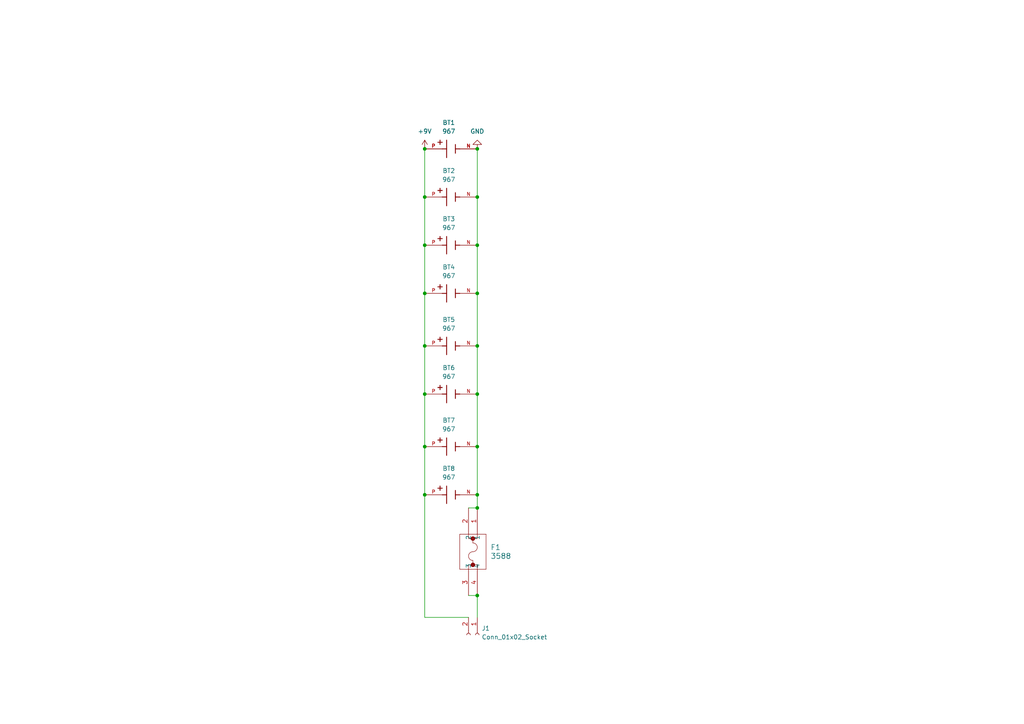
<source format=kicad_sch>
(kicad_sch (version 20231120) (generator "eeschema") (generator_version "8.0")
  (paper "A4")
  (lib_symbols
    (symbol "9V Battery Holder:967" (pin_names (offset 1.016))
      (property "Reference" "BT" (at -3.81 3.81 0))
      (property "Value" "967" (at -3.81 -5.08 0))
      (symbol "967_0_0"
        (polyline (pts (xy -3.81 1.905) (xy -2.54 1.905)) (stroke (width 0.254)))
        (polyline (pts (xy -3.175 2.54) (xy -3.175 1.27)) (stroke (width 0.254)))
        (polyline (pts (xy -1.27 0) (xy -2.54 0)) (stroke (width 0.254)))
        (polyline (pts (xy -1.27 0) (xy -1.27 -2.54)) (stroke (width 0.254)))
        (polyline (pts (xy -1.27 2.54) (xy -1.27 0)) (stroke (width 0.254)))
        (polyline (pts (xy 1.27 0) (xy 1.27 -1.27)) (stroke (width 0.254)))
        (polyline (pts (xy 1.27 0) (xy 2.54 0)) (stroke (width 0.254)))
        (polyline (pts (xy 1.27 1.27) (xy 1.27 0)) (stroke (width 0.254)))
        (pin passive line (at 7.62 0 180) (length 5.08) (name "~") (number "N"))
        (pin passive line (at -7.62 0 0) (length 5.08) (name "~") (number "P"))
      )
    )
    (symbol "Connector:Conn_01x02_Socket" (pin_names (offset 1.016) hide)
      (property "Reference" "J" (at 0 2.54 0))
      (property "Value" "Conn_01x02_Socket" (at 0 -5.08 0))
      (symbol "Conn_01x02_Socket_1_1"
        (arc (start 0 -2.032) (mid -0.5058 -2.54) (end 0 -3.048) (stroke (width 0.1524)))
        (polyline (pts (xy -1.27 -2.54) (xy -0.508 -2.54)) (stroke (width 0.1524)))
        (polyline (pts (xy -1.27 0) (xy -0.508 0)) (stroke (width 0.1524)))
        (arc (start 0 0.508) (mid -0.5058 0) (end 0 -0.508) (stroke (width 0.1524)))
        (pin passive line (at -5.08 0 0) (length 3.81) (name "Pin_1") (number "1"))
        (pin passive line (at -5.08 -2.54 0) (length 3.81) (name "Pin_2") (number "2"))
      )
    )
    (symbol "MINI Fuse Holder Blade:3588" (pin_names (offset 0.254))
      (property "Reference" "F" (at 12.7 7.62 0))
      (property "Value" "3588" (at 12.7 5.08 0))
      (symbol "3588_0_1"
        (polyline (pts (xy 7.62 -5.08) (xy 17.78 -5.08)) (stroke (width 0.127)))
        (polyline (pts (xy 7.62 0) (xy 8.89 0)) (stroke (width 0.127)))
        (polyline (pts (xy 7.62 2.54) (xy 7.62 -5.08)) (stroke (width 0.127)))
        (polyline (pts (xy 8.89 -2.54) (xy 7.62 -2.54)) (stroke (width 0.127)))
        (polyline (pts (xy 8.89 -1.27) (xy 10.16 -1.27)) (stroke (width 0.127)))
        (polyline (pts (xy 8.89 0) (xy 8.89 -2.54)) (stroke (width 0.127)))
        (polyline (pts (xy 15.24 -1.27) (xy 16.51 -1.27)) (stroke (width 0.127)))
        (polyline (pts (xy 16.51 -2.54) (xy 17.78 -2.54)) (stroke (width 0.127)))
        (polyline (pts (xy 16.51 0) (xy 16.51 -2.54)) (stroke (width 0.127)))
        (polyline (pts (xy 16.51 0) (xy 17.78 0)) (stroke (width 0.127)))
        (polyline (pts (xy 17.78 -5.08) (xy 17.78 2.54)) (stroke (width 0.127)))
        (polyline (pts (xy 17.78 2.54) (xy 7.62 2.54)) (stroke (width 0.127)))
        (circle (center 8.89 -1.27) (radius 0.127) (stroke (width 0.508)))
        (arc (start 12.7 -1.27) (mid 11.43 -0.0055) (end 10.16 -1.27) (stroke (width 0.127)))
        (arc (start 12.7 -1.27) (mid 13.97 -2.5344) (end 15.24 -1.27) (stroke (width 0.127)))
        (circle (center 16.51 -1.27) (radius 0.127) (stroke (width 0.508)))
        (pin unspecified line (at 0 0 0) (length 7.62) (name "1") (number "1"))
        (pin unspecified line (at 0 -2.54 0) (length 7.62) (name "2") (number "2"))
        (pin unspecified line (at 25.4 -2.54 180) (length 7.62) (name "3") (number "3"))
        (pin unspecified line (at 25.4 0 180) (length 7.62) (name "4") (number "4"))
      )
    )
    (symbol "power:+9V" (power) (pin_numbers hide) (pin_names (offset 0) hide)
      (property "Value" "+9V" (at 0 3.556 0))
      (symbol "+9V_0_1"
        (polyline (pts (xy -0.762 1.27) (xy 0 2.54)))
        (polyline (pts (xy 0 0) (xy 0 2.54)))
        (polyline (pts (xy 0 2.54) (xy 0.762 1.27)))
      )
      (symbol "+9V_1_1"
        (pin power_in line (at 0 0 90) (length 0) (name "~") (number "1"))
      )
    )
    (symbol "power:GND" (power) (pin_numbers hide) (pin_names (offset 0) hide)
      (property "Value" "GND" (at 0 -3.81 0))
      (symbol "GND_0_1"
        (polyline (pts (xy 0 0) (xy 0 -1.27) (xy 1.27 -1.27) (xy 0 -2.54) (xy -1.27 -1.27) (xy 0 -1.27)))
      )
      (symbol "GND_1_1"
        (pin power_in line (at 0 0 270) (length 0) (name "~") (number "1"))
      )
    )
  )
  (junction (at 123.19 71.12))
  (junction (at 123.19 85.09))
  (junction (at 123.19 57.15))
  (junction (at 138.43 147.32))
  (junction (at 138.43 57.15))
  (junction (at 138.43 172.72))
  (junction (at 123.19 43.18))
  (junction (at 138.43 114.3))
  (junction (at 138.43 43.18))
  (junction (at 138.43 100.33))
  (junction (at 138.43 129.54))
  (junction (at 138.43 71.12))
  (junction (at 123.19 114.3))
  (junction (at 138.43 143.51))
  (junction (at 123.19 143.51))
  (junction (at 123.19 100.33))
  (junction (at 123.19 129.54))
  (junction (at 138.43 85.09))
  (wire (pts (xy 123.19 114.3) (xy 123.19 129.54)))
  (wire (pts (xy 135.89 179.07) (xy 123.19 179.07)))
  (wire (pts (xy 123.19 43.18) (xy 123.19 57.15)))
  (wire (pts (xy 138.43 85.09) (xy 138.43 100.33)))
  (wire (pts (xy 123.19 71.12) (xy 123.19 85.09)))
  (wire (pts (xy 138.43 71.12) (xy 138.43 85.09)))
  (wire (pts (xy 135.89 147.32) (xy 138.43 147.32)))
  (wire (pts (xy 138.43 129.54) (xy 138.43 143.51)))
  (wire (pts (xy 138.43 172.72) (xy 138.43 179.07)))
  (wire (pts (xy 138.43 43.18) (xy 138.43 57.15)))
  (wire (pts (xy 138.43 143.51) (xy 138.43 147.32)))
  (wire (pts (xy 138.43 114.3) (xy 138.43 129.54)))
  (wire (pts (xy 135.89 172.72) (xy 138.43 172.72)))
  (wire (pts (xy 138.43 57.15) (xy 138.43 71.12)))
  (wire (pts (xy 123.19 57.15) (xy 123.19 71.12)))
  (wire (pts (xy 123.19 179.07) (xy 123.19 143.51)))
  (wire (pts (xy 123.19 100.33) (xy 123.19 114.3)))
  (wire (pts (xy 123.19 85.09) (xy 123.19 100.33)))
  (wire (pts (xy 138.43 100.33) (xy 138.43 114.3)))
  (wire (pts (xy 123.19 129.54) (xy 123.19 143.51)))
  (symbol (lib_id "power:+9V") (at 123.19 43.18 0) (unit 1)
    (property "Reference" "#PWR01" (effects (hide yes)))
    (property "Value" "+9V" (at 123.19 38.1 0))
    (property "Description" "Power symbol creates a global label with name \"+9V\"" (effects (hide yes)))
  )
  (symbol (lib_id "MINI Fuse Holder Blade:3588") (at 138.43 147.32 270) (unit 1)
    (property "Reference" "F1" (at 142.24 158.7499 90) (effects (font (size 1.524 1.524)) (justify left)))
    (property "Value" "3588" (at 142.24 161.2899 90) (effects (font (size 1.524 1.524)) (justify left)))
    (property "Footprint" "MINI Fuse Holder Blade:3588_KEY" (effects (hide yes)))
    (property "Datasheet" "3588" (effects (hide yes)))
  )
  (symbol (lib_id "power:GND") (at 138.43 43.18 180) (unit 1)
    (property "Reference" "#PWR02" (effects (hide yes)))
    (property "Value" "GND" (at 138.43 38.1 0))
    (property "Description" "Power symbol creates a global label with name \"GND\" , ground" (effects (hide yes)))
  )
  (symbol (lib_id "9V Battery Holder:967") (at 130.81 85.09 0) (unit 1)
    (property "Reference" "BT4" (at 130.175 77.47 0))
    (property "Value" "967" (at 130.175 80.01 0))
    (property "Footprint" "9V Battery Holder:9V Battery Holder" (effects (hide yes)))
    (property "PARTREV" "10.16.07" (effects (hide yes)))
    (property "SNAPEDA_PN" "967" (effects (hide yes)))
    (property "MANUFACTURER" "Keystone Electronics" (effects (hide yes)))
    (property "MAXIMUM_PACKAGE_HEIGHT" "5.38mm" (effects (hide yes)))
    (property "STANDARD" "Manufacturer Recommendations" (effects (hide yes)))
  )
  (symbol (lib_id "9V Battery Holder:967") (at 130.81 129.54 0) (unit 1)
    (property "Reference" "BT7" (at 130.175 121.92 0))
    (property "Value" "967" (at 130.175 124.46 0))
    (property "Footprint" "9V Battery Holder:9V Battery Holder" (effects (hide yes)))
    (property "PARTREV" "10.16.07" (effects (hide yes)))
    (property "SNAPEDA_PN" "967" (effects (hide yes)))
    (property "MANUFACTURER" "Keystone Electronics" (effects (hide yes)))
    (property "MAXIMUM_PACKAGE_HEIGHT" "5.38mm" (effects (hide yes)))
    (property "STANDARD" "Manufacturer Recommendations" (effects (hide yes)))
  )
  (symbol (lib_id "9V Battery Holder:967") (at 130.81 143.51 0) (unit 1)
    (property "Reference" "BT8" (at 130.175 135.89 0))
    (property "Value" "967" (at 130.175 138.43 0))
    (property "Footprint" "9V Battery Holder:9V Battery Holder" (effects (hide yes)))
    (property "PARTREV" "10.16.07" (effects (hide yes)))
    (property "SNAPEDA_PN" "967" (effects (hide yes)))
    (property "MANUFACTURER" "Keystone Electronics" (effects (hide yes)))
    (property "MAXIMUM_PACKAGE_HEIGHT" "5.38mm" (effects (hide yes)))
    (property "STANDARD" "Manufacturer Recommendations" (effects (hide yes)))
  )
  (symbol (lib_id "9V Battery Holder:967") (at 130.81 100.33 0) (unit 1)
    (property "Reference" "BT5" (at 130.175 92.71 0))
    (property "Value" "967" (at 130.175 95.25 0))
    (property "Footprint" "9V Battery Holder:9V Battery Holder" (effects (hide yes)))
    (property "PARTREV" "10.16.07" (effects (hide yes)))
    (property "SNAPEDA_PN" "967" (effects (hide yes)))
    (property "MANUFACTURER" "Keystone Electronics" (effects (hide yes)))
    (property "MAXIMUM_PACKAGE_HEIGHT" "5.38mm" (effects (hide yes)))
    (property "STANDARD" "Manufacturer Recommendations" (effects (hide yes)))
  )
  (symbol (lib_id "9V Battery Holder:967") (at 130.81 43.18 0) (unit 1)
    (property "Reference" "BT1" (at 130.175 35.56 0))
    (property "Value" "967" (at 130.175 38.1 0))
    (property "Footprint" "9V Battery Holder:9V Battery Holder" (effects (hide yes)))
    (property "PARTREV" "10.16.07" (effects (hide yes)))
    (property "SNAPEDA_PN" "967" (effects (hide yes)))
    (property "MANUFACTURER" "Keystone Electronics" (effects (hide yes)))
    (property "MAXIMUM_PACKAGE_HEIGHT" "5.38mm" (effects (hide yes)))
    (property "STANDARD" "Manufacturer Recommendations" (effects (hide yes)))
  )
  (symbol (lib_id "9V Battery Holder:967") (at 130.81 71.12 0) (unit 1)
    (property "Reference" "BT3" (at 130.175 63.5 0))
    (property "Value" "967" (at 130.175 66.04 0))
    (property "Footprint" "9V Battery Holder:9V Battery Holder" (effects (hide yes)))
    (property "PARTREV" "10.16.07" (effects (hide yes)))
    (property "SNAPEDA_PN" "967" (effects (hide yes)))
    (property "MANUFACTURER" "Keystone Electronics" (effects (hide yes)))
    (property "MAXIMUM_PACKAGE_HEIGHT" "5.38mm" (effects (hide yes)))
    (property "STANDARD" "Manufacturer Recommendations" (effects (hide yes)))
  )
  (symbol (lib_id "Connector:Conn_01x02_Socket") (at 138.43 184.15 270) (unit 1)
    (property "Reference" "J1" (at 139.7 182.2449 90) (effects (justify left)))
    (property "Value" "Conn_01x02_Socket" (at 139.7 184.7849 90) (effects (justify left)))
    (property "Footprint" "Connector_AMASS:AMASS_XT30U-M_1x02_P5.0mm_Vertical" (effects (hide yes)))
    (property "Description" "Generic connector, single row, 01x02, script generated" (effects (hide yes)))
  )
  (symbol (lib_id "9V Battery Holder:967") (at 130.81 57.15 0) (unit 1)
    (property "Reference" "BT2" (at 130.175 49.53 0))
    (property "Value" "967" (at 130.175 52.07 0))
    (property "Footprint" "9V Battery Holder:9V Battery Holder" (effects (hide yes)))
    (property "PARTREV" "10.16.07" (effects (hide yes)))
    (property "SNAPEDA_PN" "967" (effects (hide yes)))
    (property "MANUFACTURER" "Keystone Electronics" (effects (hide yes)))
    (property "MAXIMUM_PACKAGE_HEIGHT" "5.38mm" (effects (hide yes)))
    (property "STANDARD" "Manufacturer Recommendations" (effects (hide yes)))
  )
  (symbol (lib_id "9V Battery Holder:967") (at 130.81 114.3 0) (unit 1)
    (property "Reference" "BT6" (at 130.175 106.68 0))
    (property "Value" "967" (at 130.175 109.22 0))
    (property "Footprint" "9V Battery Holder:9V Battery Holder" (effects (hide yes)))
    (property "PARTREV" "10.16.07" (effects (hide yes)))
    (property "SNAPEDA_PN" "967" (effects (hide yes)))
    (property "MANUFACTURER" "Keystone Electronics" (effects (hide yes)))
    (property "MAXIMUM_PACKAGE_HEIGHT" "5.38mm" (effects (hide yes)))
    (property "STANDARD" "Manufacturer Recommendations" (effects (hide yes)))
  )
)
</source>
